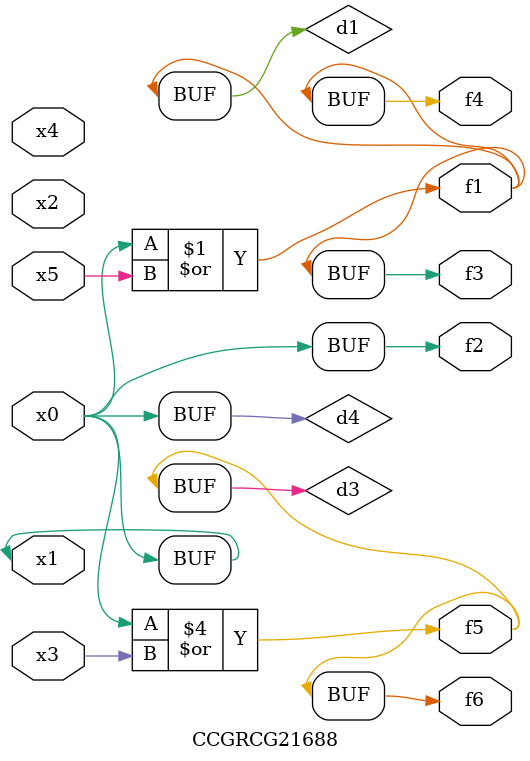
<source format=v>
module CCGRCG21688(
	input x0, x1, x2, x3, x4, x5,
	output f1, f2, f3, f4, f5, f6
);

	wire d1, d2, d3, d4;

	or (d1, x0, x5);
	xnor (d2, x1, x4);
	or (d3, x0, x3);
	buf (d4, x0, x1);
	assign f1 = d1;
	assign f2 = d4;
	assign f3 = d1;
	assign f4 = d1;
	assign f5 = d3;
	assign f6 = d3;
endmodule

</source>
